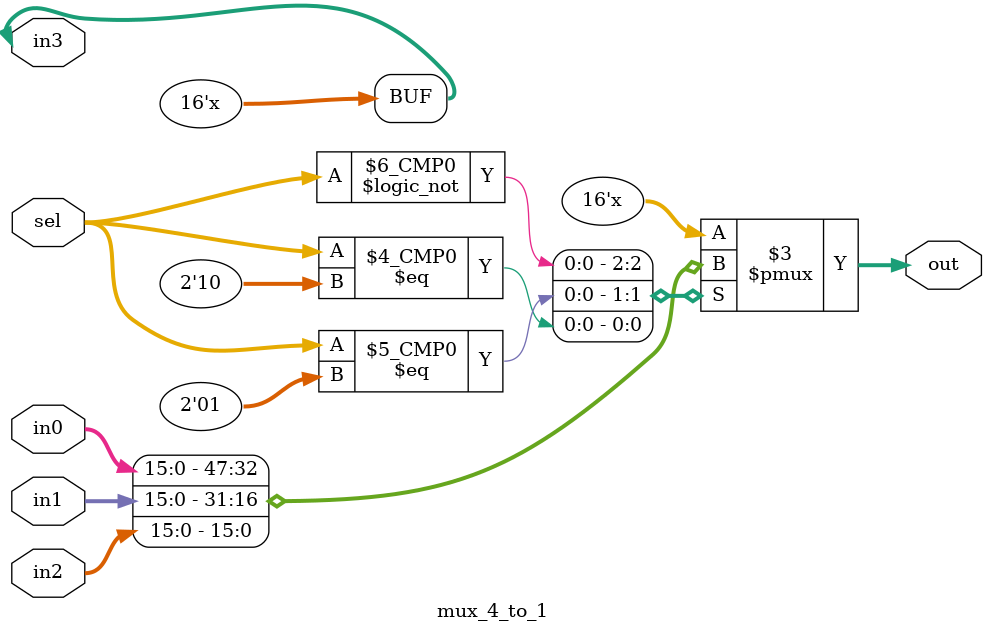
<source format=v>
`timescale 1ns / 1ps
module mux_4_to_1(in0, in1, in2, in3, out, sel);
    input[15:0] in0, in1, in2, in3;
    input [1:0] sel;
    output[15:0] out;
    reg[15:0] out;
    
    assign in3 = 16'bz;
    
    always @ (*)begin
        case (sel)
            2'b00: out = in0;
            2'b01: out = in1;
            2'b10: out = in2;
            default: out = in3;
        endcase
    end
endmodule

</source>
